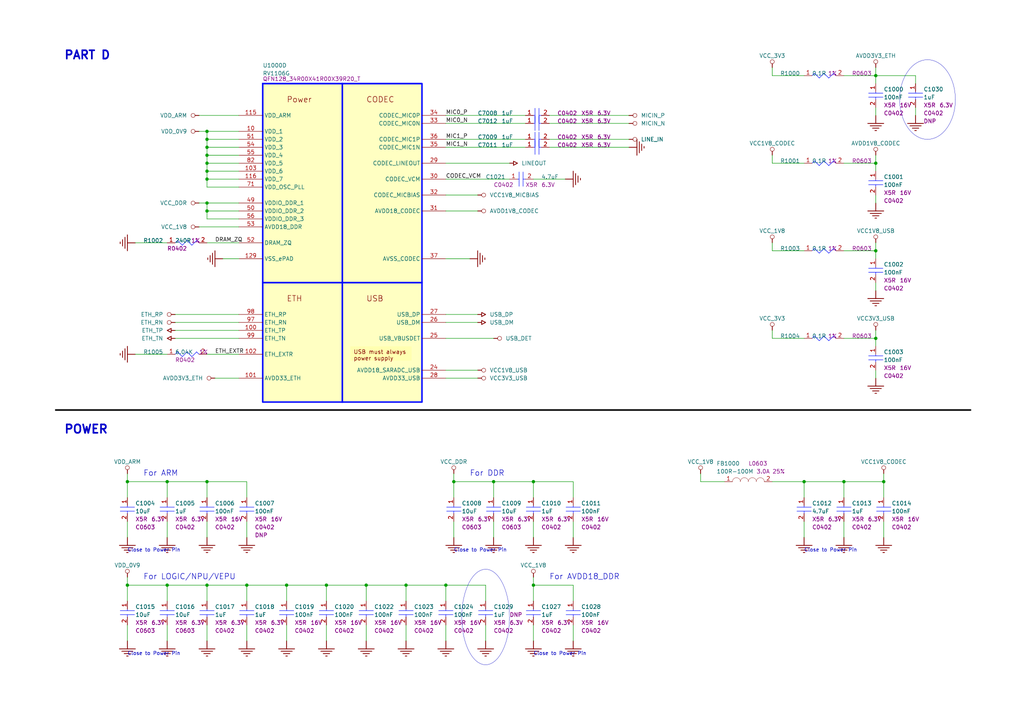
<source format=kicad_sch>
(kicad_sch (version 20250114) (generator "eeschema") (generator_version "9.0")
  (paper "User" 326.7 231)
  (bezier (pts (xy 154.94 212.09) (xy 159.1484 212.09) (xy 162.56 205.2668) (xy 162.56 196.85)) (stroke (width 0.0254)))
  (bezier (pts (xy 154.94 181.61) (xy 150.7315 181.61) (xy 147.32 188.4331) (xy 147.32 196.85)) (stroke (width 0.0254)))
  (bezier (pts (xy 295.91 19.05) (xy 291.0001 19.05) (xy 287.02 24.7359) (xy 287.02 31.75)) (stroke (width 0.0254)))
  (bezier (pts (xy 162.56 196.85) (xy 162.56 188.4331) (xy 159.1484 181.61) (xy 154.94 181.61)) (stroke (width 0.0254)))
  (bezier (pts (xy 295.91 44.45) (xy 300.8198 44.45) (xy 304.8 38.764) (xy 304.8 31.75)) (stroke (width 0.0254)))
  (bezier (pts (xy 147.32 196.85) (xy 147.32 205.2668) (xy 150.7315 212.09) (xy 154.94 212.09)) (stroke (width 0.0254)))
  (bezier (pts (xy 304.8 31.75) (xy 304.8 24.7359) (xy 300.8198 19.05) (xy 295.91 19.05)) (stroke (width 0.0254)))
  (bezier (pts (xy 287.02 31.75) (xy 287.02 38.764) (xy 291.0001 44.45) (xy 295.91 44.45)) (stroke (width 0.0254)))
  (text "Close to Power Pin" (at 144.78 176.276 0) (effects (font (size 1.143 1.143)) (justify left bottom)))
  (text "For DDR" (at 149.86 152.146 0) (effects (font (size 1.778 1.778)) (justify left bottom)))
  (text "Close to Power Pin" (at 170.18 209.296 0) (effects (font (size 1.143 1.143)) (justify left bottom)))
  (text "For ARM" (at 45.72 152.146 0) (effects (font (size 1.778 1.778)) (justify left bottom)))
  (text "Close to Power Pin" (at 40.64 209.296 0) (effects (font (size 1.143 1.143)) (justify left bottom)))
  (text "For LOGIC/NPU/VEPU" (at 45.72 185.166 0) (effects (font (size 1.778 1.778)) (justify left bottom)))
  (text "PART D" (at 20.32 19.304 0) (effects (font (size 2.667 2.667) (thickness 0.5334) (bold yes)) (justify left bottom)))
  (text "POWER" (at 20.32 138.684 0) (effects (font (size 2.667 2.667) (thickness 0.5334) (bold yes)) (justify left bottom)))
  (text "Close to Power Pin" (at 40.64 176.276 0) (effects (font (size 1.143 1.143)) (justify left bottom)))
  (text "For AVDD18_DDR" (at 175.26 185.166 0) (effects (font (size 1.778 1.778)) (justify left bottom)))
  (text "Close to Power Pin" (at 256.54 176.276 0) (effects (font (size 1.143 1.143)) (justify left bottom)))
  (junction (at 66.04 49.53))
  (junction (at 40.64 153.67))
  (junction (at 78.74 186.69))
  (junction (at 91.44 186.69))
  (junction (at 53.34 186.69))
  (junction (at 170.18 186.69))
  (junction (at 66.04 186.69))
  (junction (at 256.54 153.67))
  (junction (at 142.24 186.69))
  (junction (at 170.18 153.67))
  (junction (at 116.84 186.69))
  (junction (at 144.78 153.67))
  (junction (at 279.4 107.95))
  (junction (at 279.4 80.01))
  (junction (at 66.04 54.61))
  (junction (at 157.48 153.67))
  (junction (at 279.4 24.13))
  (junction (at 66.04 41.91))
  (junction (at 53.34 153.67))
  (junction (at 279.4 52.07))
  (junction (at 66.04 57.15))
  (junction (at 104.14 186.69))
  (junction (at 40.64 186.69))
  (junction (at 281.94 153.67))
  (junction (at 66.04 64.77))
  (junction (at 129.54 186.69))
  (junction (at 66.04 67.31))
  (junction (at 66.04 44.45))
  (junction (at 66.04 52.07))
  (junction (at 66.04 46.99))
  (junction (at 66.04 153.67))
  (junction (at 269.24 153.67))
  (wire (pts (xy 66.04 57.15) (xy 66.04 54.61)))
  (wire (pts (xy 182.88 191.77) (xy 182.88 186.69)))
  (wire (pts (xy 200.66 39.37) (xy 175.26 39.37)))
  (wire (pts (xy 40.64 158.75) (xy 40.64 153.67)))
  (wire (pts (xy 76.2 102.87) (xy 55.88 102.87)))
  (wire (pts (xy 78.74 171.45) (xy 78.74 166.37)))
  (wire (pts (xy 76.2 77.47) (xy 66.04 77.47)))
  (wire (pts (xy 53.34 171.45) (xy 53.34 166.37)))
  (wire (pts (xy 53.34 191.77) (xy 53.34 186.69)))
  (wire (pts (xy 170.18 158.75) (xy 170.18 153.67)))
  (wire (pts (xy 53.34 113.03) (xy 43.18 113.03)))
  (wire (pts (xy 231.14 153.67) (xy 223.52 153.67)))
  (wire (pts (xy 76.2 49.53) (xy 66.04 49.53)))
  (wire (pts (xy 129.54 186.69) (xy 142.24 186.69)))
  (wire (pts (xy 66.04 54.61) (xy 66.04 52.07)))
  (wire (pts (xy 66.04 64.77) (xy 66.04 67.31)))
  (wire (pts (xy 142.24 186.69) (xy 154.94 186.69)))
  (wire (pts (xy 66.04 153.67) (xy 53.34 153.67)))
  (wire (pts (xy 66.04 46.99) (xy 66.04 44.45)))
  (wire (pts (xy 279.4 24.13) (xy 292.1 24.13)))
  (wire (pts (xy 40.64 153.67) (xy 40.64 151.13)))
  (wire (pts (xy 200.66 44.45) (xy 175.26 44.45)))
  (wire (pts (xy 91.44 186.69) (xy 104.14 186.69)))
  (wire (pts (xy 116.84 204.47) (xy 116.84 199.39)))
  (wire (pts (xy 154.94 204.47) (xy 154.94 199.39)))
  (wire (pts (xy 91.44 186.69) (xy 78.74 186.69)))
  (wire (pts (xy 279.4 24.13) (xy 269.24 24.13)))
  (wire (pts (xy 76.2 57.15) (xy 66.04 57.15)))
  (wire (pts (xy 281.94 153.67) (xy 269.24 153.67)))
  (wire (pts (xy 256.54 158.75) (xy 256.54 153.67)))
  (wire (pts (xy 180.34 57.15) (xy 170.18 57.15)))
  (wire (pts (xy 152.4 102.87) (xy 142.24 102.87)))
  (wire (pts (xy 157.48 107.95) (xy 142.24 107.95)))
  (wire (pts (xy 154.94 186.69) (xy 154.94 191.77)))
  (wire (pts (xy 256.54 80.01) (xy 246.38 80.01)))
  (wire (pts (xy 152.4 120.65) (xy 142.24 120.65)))
  (wire (pts (xy 53.34 153.67) (xy 40.64 153.67)))
  (wire (pts (xy 152.4 62.23) (xy 142.24 62.23)))
  (wire (pts (xy 256.54 171.45) (xy 256.54 166.37)))
  (wire (pts (xy 279.4 110.49) (xy 279.4 107.95)))
  (wire (pts (xy 116.84 186.69) (xy 129.54 186.69)))
  (wire (pts (xy 279.4 64.77) (xy 279.4 62.23)))
  (wire (pts (xy 256.54 153.67) (xy 269.24 153.67)))
  (wire (pts (xy 76.2 59.69) (xy 66.04 59.69)))
  (wire (pts (xy 76.2 52.07) (xy 66.04 52.07)))
  (wire (pts (xy 246.38 80.01) (xy 246.38 77.47)))
  (wire (pts (xy 76.2 107.95) (xy 55.88 107.95)))
  (wire (pts (xy 279.4 92.71) (xy 279.4 90.17)))
  (wire (pts (xy 53.34 204.47) (xy 53.34 199.39)))
  (wire (pts (xy 269.24 171.45) (xy 269.24 166.37)))
  (wire (pts (xy 40.64 186.69) (xy 40.64 184.15)))
  (wire (pts (xy 66.04 59.69) (xy 66.04 57.15)))
  (wire (pts (xy 104.14 186.69) (xy 104.14 191.77)))
  (wire (pts (xy 76.2 64.77) (xy 66.04 64.77)))
  (wire (pts (xy 279.4 52.07) (xy 269.24 52.07)))
  (wire (pts (xy 66.04 64.77) (xy 63.5 64.77)))
  (wire (pts (xy 182.88 171.45) (xy 182.88 166.37)))
  (wire (pts (xy 152.4 67.31) (xy 142.24 67.31)))
  (wire (pts (xy 279.4 105.41) (xy 279.4 107.95)))
  (wire (pts (xy 53.34 158.75) (xy 53.34 153.67)))
  (wire (pts (xy 144.78 171.45) (xy 144.78 166.37)))
  (wire (pts (xy 76.2 54.61) (xy 66.04 54.61)))
  (wire (pts (xy 256.54 52.07) (xy 246.38 52.07)))
  (wire (pts (xy 78.74 204.47) (xy 78.74 199.39)))
  (wire (pts (xy 246.38 107.95) (xy 246.38 105.41)))
  (wire (pts (xy 182.88 204.47) (xy 182.88 199.39)))
  (wire (pts (xy 53.34 186.69) (xy 40.64 186.69)))
  (wire (pts (xy 279.4 26.67) (xy 279.4 24.13)))
  (wire (pts (xy 66.04 186.69) (xy 53.34 186.69)))
  (wire (pts (xy 157.48 171.45) (xy 157.48 166.37)))
  (wire (pts (xy 66.04 158.75) (xy 66.04 153.67)))
  (wire (pts (xy 76.2 82.55) (xy 71.12 82.55)))
  (wire (pts (xy 182.88 153.67) (xy 170.18 153.67)))
  (wire (pts (xy 129.54 204.47) (xy 129.54 199.39)))
  (wire (pts (xy 170.18 204.47) (xy 170.18 199.39)))
  (wire (pts (xy 78.74 153.67) (xy 66.04 153.67)))
  (wire (pts (xy 78.74 191.77) (xy 78.74 186.69)))
  (wire (pts (xy 142.24 44.45) (xy 167.64 44.45)))
  (wire (pts (xy 279.4 49.53) (xy 279.4 52.07)))
  (wire (pts (xy 279.4 77.47) (xy 279.4 80.01)))
  (wire (pts (xy 76.2 72.39) (xy 63.5 72.39)))
  (wire (pts (xy 279.4 54.61) (xy 279.4 52.07)))
  (wire (pts (xy 170.18 191.77) (xy 170.18 186.69)))
  (wire (pts (xy 144.78 153.67) (xy 144.78 151.13)))
  (wire (pts (xy 76.2 46.99) (xy 66.04 46.99)))
  (wire (pts (xy 256.54 24.13) (xy 246.38 24.13)))
  (wire (pts (xy 76.2 100.33) (xy 55.88 100.33)))
  (wire (pts (xy 281.94 158.75) (xy 281.94 153.67)))
  (wire (pts (xy 66.04 41.91) (xy 66.04 44.45)))
  (wire (pts (xy 104.14 186.69) (xy 116.84 186.69)))
  (wire (pts (xy 256.54 153.67) (xy 246.38 153.67)))
  (wire (pts (xy 182.88 186.69) (xy 170.18 186.69)))
  (wire (pts (xy 157.48 158.75) (xy 157.48 153.67)))
  (polyline (pts (xy 17.78 130.81) (xy 309.626 130.81)) (stroke (width 0.508) (type solid) (color 0 0 0 1)))
  (wire (pts (xy 182.88 158.75) (xy 182.88 153.67)))
  (wire (pts (xy 66.04 52.07) (xy 66.04 49.53)))
  (wire (pts (xy 279.4 120.65) (xy 279.4 118.11)))
  (wire (pts (xy 142.24 204.47) (xy 142.24 199.39)))
  (wire (pts (xy 144.78 158.75) (xy 144.78 153.67)))
  (wire (pts (xy 66.04 69.85) (xy 76.2 69.85)))
  (wire (pts (xy 200.66 46.99) (xy 175.26 46.99)))
  (wire (pts (xy 281.94 151.13) (xy 281.94 153.67)))
  (wire (pts (xy 66.04 44.45) (xy 76.2 44.45)))
  (wire (pts (xy 157.48 153.67) (xy 144.78 153.67)))
  (wire (pts (xy 40.64 204.47) (xy 40.64 199.39)))
  (wire (pts (xy 66.04 171.45) (xy 66.04 166.37)))
  (wire (pts (xy 279.4 21.59) (xy 279.4 24.13)))
  (wire (pts (xy 170.18 186.69) (xy 170.18 184.15)))
  (wire (pts (xy 223.52 153.67) (xy 223.52 151.13)))
  (wire (pts (xy 91.44 191.77) (xy 91.44 186.69)))
  (wire (pts (xy 66.04 204.47) (xy 66.04 199.39)))
  (wire (pts (xy 142.24 82.55) (xy 149.86 82.55)))
  (wire (pts (xy 281.94 171.45) (xy 281.94 166.37)))
  (wire (pts (xy 279.4 36.83) (xy 279.4 34.29)))
  (wire (pts (xy 40.64 191.77) (xy 40.64 186.69)))
  (wire (pts (xy 129.54 186.69) (xy 129.54 191.77)))
  (wire (pts (xy 256.54 107.95) (xy 246.38 107.95)))
  (wire (pts (xy 200.66 36.83) (xy 175.26 36.83)))
  (wire (pts (xy 152.4 118.11) (xy 142.24 118.11)))
  (wire (pts (xy 91.44 204.47) (xy 91.44 199.39)))
  (wire (pts (xy 142.24 46.99) (xy 167.64 46.99)))
  (wire (pts (xy 279.4 82.55) (xy 279.4 80.01)))
  (wire (pts (xy 142.24 57.15) (xy 162.56 57.15)))
  (wire (pts (xy 279.4 80.01) (xy 269.24 80.01)))
  (wire (pts (xy 170.18 171.45) (xy 170.18 166.37)))
  (wire (pts (xy 76.2 67.31) (xy 66.04 67.31)))
  (wire (pts (xy 246.38 24.13) (xy 246.38 21.59)))
  (wire (pts (xy 76.2 105.41) (xy 55.88 105.41)))
  (wire (pts (xy 40.64 171.45) (xy 40.64 166.37)))
  (wire (pts (xy 269.24 153.67) (xy 269.24 158.75)))
  (wire (pts (xy 116.84 186.69) (xy 116.84 191.77)))
  (wire (pts (xy 152.4 100.33) (xy 142.24 100.33)))
  (wire (pts (xy 292.1 36.83) (xy 292.1 34.29)))
  (wire (pts (xy 246.38 52.07) (xy 246.38 49.53)))
  (wire (pts (xy 76.2 36.83) (xy 63.5 36.83)))
  (wire (pts (xy 76.2 41.91) (xy 66.04 41.91)))
  (wire (pts (xy 66.04 41.91) (xy 63.5 41.91)))
  (wire (pts (xy 142.24 186.69) (xy 142.24 191.77)))
  (wire (pts (xy 167.64 39.37) (xy 142.24 39.37)))
  (wire (pts (xy 76.2 113.03) (xy 66.04 113.03)))
  (wire (pts (xy 170.18 153.67) (xy 157.48 153.67)))
  (wire (pts (xy 53.34 77.47) (xy 43.18 77.47)))
  (wire (pts (xy 78.74 158.75) (xy 78.74 153.67)))
  (wire (pts (xy 66.04 67.31) (xy 66.04 69.85)))
  (wire (pts (xy 76.2 120.65) (xy 68.58 120.65)))
  (wire (pts (xy 162.56 52.07) (xy 142.24 52.07)))
  (wire (pts (xy 167.64 36.83) (xy 142.24 36.83)))
  (wire (pts (xy 66.04 49.53) (xy 66.04 46.99)))
  (wire (pts (xy 104.14 204.47) (xy 104.14 199.39)))
  (wire (pts (xy 78.74 186.69) (xy 66.04 186.69)))
  (wire (pts (xy 279.4 107.95) (xy 269.24 107.95)))
  (wire (pts (xy 292.1 24.13) (xy 292.1 26.67)))
  (wire (pts (xy 66.04 191.77) (xy 66.04 186.69)))
  (label "ETH_EXTR" (at 68.58 113.03 0))
  (label "MIC0_N" (at 142.24 39.37 0))
  (label "CODEC_VCM" (at 142.24 57.15 0))
  (label "MIC1_N" (at 142.24 46.99 0))
  (label "MIC1_P" (at 142.24 44.45 0))
  (label "DRAM_ZQ" (at 68.58 77.47 0))
  (label "MIC0_P" (at 142.24 36.83 0))
  (symbol (lib_name "root_0_CAP NP_*_20") (lib_id "*:root_0_CAP NP_*") (at 38.1 194.31 0) (unit 1)
    (property "Reference" "C1015" (at 43.18 194.31 0) (effects (justify left bottom)))
    (property "Value" "10uF" (at 43.18 196.85 0) (effects (justify left bottom)))
    (property "Footprint" "C0603" (effects (hide yes)))
    (property "Description" "cap,10.00uF,+/-10%,6.3V,X5R,C0603" (effects (hide yes)))
    (property "DIELECTRIC" "X5R" (at 43.18 199.39 0) (effects (justify left bottom)))
    (property "PCB FOOTPRINT" "C0603" (at 43.18 201.93 0) (effects (justify left bottom)))
    (property "VOLTAGE" "6.3V" (at 48.26 199.39 0) (effects (justify left bottom)))
    (property "RK PN" "C1608X5R0J106K080AB" (effects (hide yes)))
    (property "PRIORITY" "A" (effects (hide yes)))
    (property "PART TYPE" "C0603" (effects (hide yes)))
    (property "TOLERANCE" "10%" (effects (hide yes)))
    (property "MANUFACTURER" "TDK" (effects (hide yes)))
    (property "MANUFACTURER PN" "C1608X5R0J106K080AB" (effects (hide yes)))
    (property "CREATED BY" "JJJ" (effects (hide yes)))
  )
  (symbol (lib_id "RV1106G_EVB1_V11_20220401LX-altium-import:ETH_RN_CIRCLE") (at 55.88 102.87 270) (unit 1)
    (property "Reference" "#PWR?" (effects (hide yes)))
    (property "Value" "ETH_RN" (at 52.07 102.87 90) (effects (justify right)))
  )
  (symbol (lib_id "*:root_1_RESISTOR_Dup1_*") (at 259.08 110.49 0) (unit 1)
    (property "Reference" "R1004" (at 248.92 107.95 0) (effects (justify left bottom)))
    (property "Value" "0.1R" (at 259.08 107.95 0) (effects (justify left bottom)))
    (property "Footprint" "R0402" (effects (hide yes)))
    (property "Description" "厚膜低阻值电阻,0R1,+/-1%,R0603,1/10W." (effects (hide yes)))
    (property "PCB FOOTPRINT" "R0603" (at 271.78 107.95 0) (effects (justify left bottom)))
    (property "TOLERANCE" "1%" (at 264.16 107.95 0) (effects (justify left bottom)))
    (property "CREATED BY" "YTL" (effects (hide yes)))
    (property "MANUFACTURER PN" "RL0603FR-070R1L" (effects (hide yes)))
    (property "MANUFACTURER" "YAGEO" (effects (hide yes)))
    (property "WATTAGE" "1/10W" (effects (hide yes)))
    (property "PART TYPE" "厚膜低阻值电阻" (effects (hide yes)))
    (property "PRIORITY" "A" (effects (hide yes)))
    (property "RK PN" "RL0603FR-070R1L" (effects (hide yes)))
  )
  (symbol (lib_name "root_0_CAP NP_*_19") (lib_id "*:root_0_CAP NP_*") (at 50.8 194.31 0) (unit 1)
    (property "Reference" "C1016" (at 55.88 194.31 0) (effects (justify left bottom)))
    (property "Value" "10uF" (at 55.88 196.85 0) (effects (justify left bottom)))
    (property "Footprint" "C0603" (effects (hide yes)))
    (property "Description" "cap,10.00uF,+/-10%,6.3V,X5R,C0603" (effects (hide yes)))
    (property "DIELECTRIC" "X5R" (at 55.88 199.39 0) (effects (justify left bottom)))
    (property "PCB FOOTPRINT" "C0603" (at 55.88 201.93 0) (effects (justify left bottom)))
    (property "VOLTAGE" "6.3V" (at 60.96 199.39 0) (effects (justify left bottom)))
    (property "RK PN" "C1608X5R0J106K080AB" (effects (hide yes)))
    (property "PRIORITY" "A" (effects (hide yes)))
    (property "PART TYPE" "C0603" (effects (hide yes)))
    (property "TOLERANCE" "10%" (effects (hide yes)))
    (property "MANUFACTURER" "TDK" (effects (hide yes)))
    (property "MANUFACTURER PN" "C1608X5R0J106K080AB" (effects (hide yes)))
    (property "CREATED BY" "JJJ" (effects (hide yes)))
  )
  (symbol (lib_name "root_0_CAP NP_*_15") (lib_id "*:root_0_CAP NP_*") (at 127 194.31 0) (unit 1)
    (property "Reference" "C1023" (at 132.08 194.31 0) (effects (justify left bottom)))
    (property "Value" "100nF" (at 132.08 196.85 0) (effects (justify left bottom)))
    (property "Footprint" "C0402" (effects (hide yes)))
    (property "Description" "cap,100.00nF,+/-10%,16V,X5R,C0402" (effects (hide yes)))
    (property "DIELECTRIC" "X5R" (at 132.08 199.39 0) (effects (justify left bottom)))
    (property "PCB FOOTPRINT" "C0402" (at 132.08 201.93 0) (effects (justify left bottom)))
    (property "VOLTAGE" "16V" (at 137.16 199.39 0) (effects (justify left bottom)))
    (property "CREATED BY" "JJJ" (effects (hide yes)))
    (property "MANUFACTURER PN" "C1005X5R1C104K050BA" (effects (hide yes)))
    (property "MANUFACTURER" "TDK" (effects (hide yes)))
    (property "TOLERANCE" "10%" (effects (hide yes)))
    (property "PART TYPE" "C0402" (effects (hide yes)))
    (property "PRIORITY" "A" (effects (hide yes)))
    (property "RK PN" "C1005X5R1C104K050BA" (effects (hide yes)))
  )
  (symbol (lib_name "root_0_CAP NP_*_9") (lib_id "*:root_0_CAP NP_*") (at 142.24 161.29 0) (unit 1)
    (property "Reference" "C1008" (at 147.32 161.29 0) (effects (justify left bottom)))
    (property "Value" "10uF" (at 147.32 163.83 0) (effects (justify left bottom)))
    (property "Footprint" "C0603" (effects (hide yes)))
    (property "Description" "cap,10.00uF,+/-10%,6.3V,X5R,C0603" (effects (hide yes)))
    (property "DIELECTRIC" "X5R" (at 147.32 166.37 0) (effects (justify left bottom)))
    (property "PCB FOOTPRINT" "C0603" (at 147.32 168.91 0) (effects (justify left bottom)))
    (property "VOLTAGE" "6.3V" (at 152.4 166.37 0) (effects (justify left bottom)))
    (property "CREATED BY" "JJJ" (effects (hide yes)))
    (property "MANUFACTURER PN" "C1608X5R0J106K080AB" (effects (hide yes)))
    (property "MANUFACTURER" "TDK" (effects (hide yes)))
    (property "TOLERANCE" "10%" (effects (hide yes)))
    (property "PART TYPE" "C0603" (effects (hide yes)))
    (property "PRIORITY" "A" (effects (hide yes)))
    (property "RK PN" "C1608X5R0J106K080AB" (effects (hide yes)))
  )
  (symbol (lib_id "RV1106G_EVB1_V11_20220401LX-altium-import:VCC1V8_CODEC_CIRCLE") (at 246.38 49.53 180) (unit 1)
    (property "Reference" "#PWR?" (effects (hide yes)))
    (property "Value" "VCC1V8_CODEC" (at 246.38 45.72 0))
  )
  (symbol (lib_name "root_1_CAP NP_*_2") (lib_id "*:root_1_CAP NP_*") (at 170.18 41.91 0) (unit 1)
    (property "Reference" "C7012" (at 152.4 39.37 0) (effects (justify left bottom)))
    (property "Value" "1uF" (at 160.02 39.37 0) (effects (justify left bottom)))
    (property "Footprint" "C0402" (effects (hide yes)))
    (property "Description" "cap,1.00uF,+/-10%,6.3V,X5R,C0402" (effects (hide yes)))
    (property "DIELECTRIC" "X5R" (at 185.42 39.37 0) (effects (justify left bottom)))
    (property "PCB FOOTPRINT" "C0402" (at 177.8 39.37 0) (effects (justify left bottom)))
    (property "VOLTAGE" "6.3V" (at 190.5 39.37 0) (effects (justify left bottom)))
    (property "CREATED BY" "JJJ" (effects (hide yes)))
    (property "MANUFACTURER PN" "C1005X5R0J105K050BB" (effects (hide yes)))
    (property "MANUFACTURER" "TDK" (effects (hide yes)))
    (property "TOLERANCE" "10%" (effects (hide yes)))
    (property "PART TYPE" "C0402" (effects (hide yes)))
    (property "PRIORITY" "A" (effects (hide yes)))
    (property "RK PN" "C1005X5R0J105K050BB" (effects (hide yes)))
  )
  (symbol (lib_id "*:root_1_RESISTOR_Dup1_*") (at 259.08 82.55 0) (unit 1)
    (property "Reference" "R1003" (at 248.92 80.01 0) (effects (justify left bottom)))
    (property "Value" "0.1R" (at 259.08 80.01 0) (effects (justify left bottom)))
    (property "Footprint" "R0402" (effects (hide yes)))
    (property "Description" "厚膜低阻值电阻,0R1,+/-1%,R0603,1/10W." (effects (hide yes)))
    (property "PCB FOOTPRINT" "R0603" (at 271.78 80.01 0) (effects (justify left bottom)))
    (property "TOLERANCE" "1%" (at 264.16 80.01 0) (effects (justify left bottom)))
    (property "CREATED BY" "YTL" (effects (hide yes)))
    (property "MANUFACTURER PN" "RL0603FR-070R1L" (effects (hide yes)))
    (property "MANUFACTURER" "YAGEO" (effects (hide yes)))
    (property "WATTAGE" "1/10W" (effects (hide yes)))
    (property "PART TYPE" "厚膜低阻值电阻" (effects (hide yes)))
    (property "PRIORITY" "A" (effects (hide yes)))
    (property "RK PN" "RL0603FR-070R1L" (effects (hide yes)))
  )
  (symbol (lib_id "RV1106G_EVB1_V11_20220401LX-altium-import:GND_POWER_GROUND") (at 200.66 46.99 90) (unit 1)
    (property "Reference" "#PWR?" (effects (hide yes)))
    (property "Value" "GND" (effects (hide yes)))
  )
  (symbol (lib_id "RV1106G_EVB1_V11_20220401LX-altium-import:GND_POWER_GROUND") (at 157.48 171.45 0) (unit 1)
    (property "Reference" "#PWR?" (effects (hide yes)))
    (property "Value" "GND" (effects (hide yes)))
  )
  (symbol (lib_id "RV1106G_EVB1_V11_20220401LX-altium-import:GND_POWER_GROUND") (at 66.04 171.45 0) (unit 1)
    (property "Reference" "#PWR?" (effects (hide yes)))
    (property "Value" "GND" (effects (hide yes)))
  )
  (symbol (lib_name "root_0_CAP NP_*_13") (lib_id "*:root_0_CAP NP_*") (at 139.7 194.31 0) (unit 1)
    (property "Reference" "C1024" (at 144.78 194.31 0) (effects (justify left bottom)))
    (property "Value" "100nF" (at 144.78 196.85 0) (effects (justify left bottom)))
    (property "Footprint" "C0402" (effects (hide yes)))
    (property "Description" "cap,100.00nF,+/-10%,16V,X5R,C0402" (effects (hide yes)))
    (property "DIELECTRIC" "X5R" (at 144.78 199.39 0) (effects (justify left bottom)))
    (property "PCB FOOTPRINT" "C0402" (at 144.78 201.93 0) (effects (justify left bottom)))
    (property "VOLTAGE" "16V" (at 149.86 199.39 0) (effects (justify left bottom)))
    (property "RK PN" "C1005X5R1C104K050BA" (effects (hide yes)))
    (property "PRIORITY" "A" (effects (hide yes)))
    (property "PART TYPE" "C0402" (effects (hide yes)))
    (property "TOLERANCE" "10%" (effects (hide yes)))
    (property "MANUFACTURER" "TDK" (effects (hide yes)))
    (property "MANUFACTURER PN" "C1005X5R1C104K050BA" (effects (hide yes)))
    (property "CREATED BY" "JJJ" (effects (hide yes)))
  )
  (symbol (lib_id "RV1106G_EVB1_V11_20220401LX-altium-import:ETH_RP_CIRCLE") (at 55.88 100.33 270) (unit 1)
    (property "Reference" "#PWR?" (effects (hide yes)))
    (property "Value" "ETH_RP" (at 52.07 100.33 90) (effects (justify right)))
  )
  (symbol (lib_id "RV1106G_EVB1_V11_20220401LX-altium-import:GND_POWER_GROUND") (at 104.14 204.47 0) (unit 1)
    (property "Reference" "#PWR?" (effects (hide yes)))
    (property "Value" "GND" (effects (hide yes)))
  )
  (symbol (lib_name "root_0_CAP NP_*_16") (lib_id "*:root_0_CAP NP_*") (at 180.34 194.31 0) (unit 1)
    (property "Reference" "C1028" (at 185.42 194.31 0) (effects (justify left bottom)))
    (property "Value" "100nF" (at 185.42 196.85 0) (effects (justify left bottom)))
    (property "Footprint" "C0402" (effects (hide yes)))
    (property "Description" "cap,100.00nF,+/-10%,16V,X5R,C0402" (effects (hide yes)))
    (property "DIELECTRIC" "X5R" (at 185.42 199.39 0) (effects (justify left bottom)))
    (property "PCB FOOTPRINT" "C0402" (at 185.42 201.93 0) (effects (justify left bottom)))
    (property "VOLTAGE" "16V" (at 190.5 199.39 0) (effects (justify left bottom)))
    (property "CREATED BY" "JJJ" (effects (hide yes)))
    (property "MANUFACTURER PN" "C1005X5R1C104K050BA" (effects (hide yes)))
    (property "MANUFACTURER" "TDK" (effects (hide yes)))
    (property "TOLERANCE" "10%" (effects (hide yes)))
    (property "PART TYPE" "C0402" (effects (hide yes)))
    (property "PRIORITY" "A" (effects (hide yes)))
    (property "RK PN" "C1005X5R1C104K050BA" (effects (hide yes)))
  )
  (symbol (lib_id "RV1106G_EVB1_V11_20220401LX-altium-import:GND_POWER_GROUND") (at 256.54 171.45 0) (unit 1)
    (property "Reference" "#PWR?" (effects (hide yes)))
    (property "Value" "GND" (effects (hide yes)))
  )
  (symbol (lib_id "RV1106G_EVB1_V11_20220401LX-altium-import:VCC1V8_CODEC_CIRCLE") (at 281.94 151.13 180) (unit 1)
    (property "Reference" "#PWR?" (effects (hide yes)))
    (property "Value" "VCC1V8_CODEC" (at 281.94 147.32 0))
  )
  (symbol (lib_name "root_0_CAP NP_*_7") (lib_id "*:root_0_CAP NP_*") (at 276.86 57.15 0) (unit 1)
    (property "Reference" "C1001" (at 281.94 57.15 0) (effects (justify left bottom)))
    (property "Value" "100nF" (at 281.94 59.69 0) (effects (justify left bottom)))
    (property "Footprint" "C0402" (effects (hide yes)))
    (property "Description" "cap,100.00nF,+/-10%,16V,X5R,C0402" (effects (hide yes)))
    (property "DIELECTRIC" "X5R" (at 281.94 62.23 0) (effects (justify left bottom)))
    (property "PCB FOOTPRINT" "C0402" (at 281.94 64.77 0) (effects (justify left bottom)))
    (property "VOLTAGE" "16V" (at 287.02 62.23 0) (effects (justify left bottom)))
    (property "RK PN" "C1005X5R1C104K050BA" (effects (hide yes)))
    (property "PRIORITY" "A" (effects (hide yes)))
    (property "PART TYPE" "C0402" (effects (hide yes)))
    (property "TOLERANCE" "10%" (effects (hide yes)))
    (property "MANUFACTURER" "TDK" (effects (hide yes)))
    (property "MANUFACTURER PN" "C1005X5R1C104K050BA" (effects (hide yes)))
    (property "CREATED BY" "JJJ" (effects (hide yes)))
  )
  (symbol (lib_id "*:root_0_CAP NP_*") (at 266.7 161.29 0) (unit 1)
    (property "Reference" "C1013" (at 271.78 161.29 0) (effects (justify left bottom)))
    (property "Value" "1uF" (at 271.78 163.83 0) (effects (justify left bottom)))
    (property "Footprint" "C0402" (effects (hide yes)))
    (property "Description" "cap,1.00uF,+/-10%,6.3V,X5R,C0402" (effects (hide yes)))
    (property "DIELECTRIC" "X5R" (at 271.78 166.37 0) (effects (justify left bottom)))
    (property "PCB FOOTPRINT" "C0402" (at 271.78 168.91 0) (effects (justify left bottom)))
    (property "VOLTAGE" "6.3V" (at 276.86 166.37 0) (effects (justify left bottom)))
    (property "RK PN" "C1005X5R0J105K050BB" (effects (hide yes)))
    (property "PRIORITY" "A" (effects (hide yes)))
    (property "PART TYPE" "C0402" (effects (hide yes)))
    (property "TOLERANCE" "10%" (effects (hide yes)))
    (property "MANUFACTURER" "TDK" (effects (hide yes)))
    (property "MANUFACTURER PN" "C1005X5R0J105K050BB" (effects (hide yes)))
    (property "CREATED BY" "JJJ" (effects (hide yes)))
  )
  (symbol (lib_id "RV1106G_EVB1_V11_20220401LX-altium-import:GND_POWER_GROUND") (at 40.64 171.45 0) (unit 1)
    (property "Reference" "#PWR?" (effects (hide yes)))
    (property "Value" "GND" (effects (hide yes)))
  )
  (symbol (lib_id "*:root_0_SOCKET_RV1106G_*") (at 83.82 26.67 0) (unit 4)
    (property "Reference" "U1000" (at 83.82 21.59 0) (effects (justify left bottom)))
    (property "Value" "RV1106G" (at 83.82 24.13 0) (effects (justify left bottom)))
    (property "Footprint" "QFN128_34R00X41R00X39R20_T" (effects (hide yes)))
    (property "PCB FOOTPRINT" "QFN128_34R00X41R00X39R20_T" (at 83.82 25.908 0) (effects (justify left bottom)))
    (property "SPLIT_INST" "TRUE" (effects (hide yes)))
    (property "SWAP_INFO" "(S1+S2+S3+S4)" (effects (hide yes)))
  )
  (symbol (lib_id "*:root_0_CAP NP_*") (at 167.64 194.31 0) (unit 1)
    (property "Reference" "C1027" (at 172.72 194.31 0) (effects (justify left bottom)))
    (property "Value" "1uF" (at 172.72 196.85 0) (effects (justify left bottom)))
    (property "Footprint" "C0402" (effects (hide yes)))
    (property "Description" "cap,1.00uF,+/-10%,6.3V,X5R,C0402" (effects (hide yes)))
    (property "DIELECTRIC" "X5R" (at 172.72 199.39 0) (effects (justify left bottom)))
    (property "PCB FOOTPRINT" "C0402" (at 172.72 201.93 0) (effects (justify left bottom)))
    (property "VOLTAGE" "6.3V" (at 177.8 199.39 0) (effects (justify left bottom)))
    (property "CREATED BY" "JJJ" (effects (hide yes)))
    (property "MANUFACTURER PN" "C1005X5R0J105K050BB" (effects (hide yes)))
    (property "MANUFACTURER" "TDK" (effects (hide yes)))
    (property "TOLERANCE" "10%" (effects (hide yes)))
    (property "PART TYPE" "C0402" (effects (hide yes)))
    (property "PRIORITY" "A" (effects (hide yes)))
    (property "RK PN" "C1005X5R0J105K050BB" (effects (hide yes)))
  )
  (symbol (lib_name "root_0_CAP NP_*_12") (lib_id "*:root_0_CAP NP_*") (at 38.1 161.29 0) (unit 1)
    (property "Reference" "C1004" (at 43.18 161.29 0) (effects (justify left bottom)))
    (property "Value" "10uF" (at 43.18 163.83 0) (effects (justify left bottom)))
    (property "Footprint" "C0603" (effects (hide yes)))
    (property "Description" "cap,10.00uF,+/-10%,6.3V,X5R,C0603" (effects (hide yes)))
    (property "DIELECTRIC" "X5R" (at 43.18 166.37 0) (effects (justify left bottom)))
    (property "PCB FOOTPRINT" "C0603" (at 43.18 168.91 0) (effects (justify left bottom)))
    (property "VOLTAGE" "6.3V" (at 48.26 166.37 0) (effects (justify left bottom)))
    (property "CREATED BY" "JJJ" (effects (hide yes)))
    (property "MANUFACTURER PN" "C1608X5R0J106K080AB" (effects (hide yes)))
    (property "MANUFACTURER" "TDK" (effects (hide yes)))
    (property "TOLERANCE" "10%" (effects (hide yes)))
    (property "PART TYPE" "C0603" (effects (hide yes)))
    (property "PRIORITY" "A" (effects (hide yes)))
    (property "RK PN" "C1608X5R0J106K080AB" (effects (hide yes)))
  )
  (symbol (lib_id "RV1106G_EVB1_V11_20220401LX-altium-import:VCC_3V3_CIRCLE") (at 246.38 105.41 180) (unit 1)
    (property "Reference" "#PWR?" (effects (hide yes)))
    (property "Value" "VCC_3V3" (at 246.38 101.6 0))
  )
  (symbol (lib_name "root_1_CAP NP_*_4") (lib_id "*:root_1_CAP NP_*") (at 170.18 46.99 0) (unit 1)
    (property "Reference" "C7009" (at 152.4 44.45 0) (effects (justify left bottom)))
    (property "Value" "1uF" (at 160.02 44.45 0) (effects (justify left bottom)))
    (property "Footprint" "C0402" (effects (hide yes)))
    (property "Description" "cap,1.00uF,+/-10%,6.3V,X5R,C0402" (effects (hide yes)))
    (property "DIELECTRIC" "X5R" (at 185.42 44.45 0) (effects (justify left bottom)))
    (property "PCB FOOTPRINT" "C0402" (at 177.8 44.45 0) (effects (justify left bottom)))
    (property "VOLTAGE" "6.3V" (at 190.5 44.45 0) (effects (justify left bottom)))
    (property "RK PN" "C1005X5R0J105K050BB" (effects (hide yes)))
    (property "PRIORITY" "A" (effects (hide yes)))
    (property "PART TYPE" "C0402" (effects (hide yes)))
    (property "TOLERANCE" "10%" (effects (hide yes)))
    (property "MANUFACTURER" "TDK" (effects (hide yes)))
    (property "MANUFACTURER PN" "C1005X5R0J105K050BB" (effects (hide yes)))
    (property "CREATED BY" "JJJ" (effects (hide yes)))
  )
  (symbol (lib_id "RV1106G_EVB1_V11_20220401LX-altium-import:VDD_0V9_CIRCLE") (at 40.64 184.15 180) (unit 1)
    (property "Reference" "#PWR?" (effects (hide yes)))
    (property "Value" "VDD_0V9" (at 40.64 180.34 0))
  )
  (symbol (lib_id "RV1106G_EVB1_V11_20220401LX-altium-import:VCC_1V8_CIRCLE") (at 246.38 77.47 180) (unit 1)
    (property "Reference" "#PWR?" (effects (hide yes)))
    (property "Value" "VCC_1V8" (at 246.38 73.66 0))
  )
  (symbol (lib_id "RV1106G_EVB1_V11_20220401LX-altium-import:AVDD3V3_ETH_CIRCLE") (at 279.4 21.59 180) (unit 1)
    (property "Reference" "#PWR?" (effects (hide yes)))
    (property "Value" "AVDD3V3_ETH" (at 279.4 17.78 0))
  )
  (symbol (lib_id "*:root_0_CAP NP_*") (at 50.8 161.29 0) (unit 1)
    (property "Reference" "C1005" (at 55.88 161.29 0) (effects (justify left bottom)))
    (property "Value" "1uF" (at 55.88 163.83 0) (effects (justify left bottom)))
    (property "Footprint" "C0402" (effects (hide yes)))
    (property "Description" "cap,1.00uF,+/-10%,6.3V,X5R,C0402" (effects (hide yes)))
    (property "DIELECTRIC" "X5R" (at 55.88 166.37 0) (effects (justify left bottom)))
    (property "PCB FOOTPRINT" "C0402" (at 55.88 168.91 0) (effects (justify left bottom)))
    (property "VOLTAGE" "6.3V" (at 60.96 166.37 0) (effects (justify left bottom)))
    (property "RK PN" "C1005X5R0J105K050BB" (effects (hide yes)))
    (property "PRIORITY" "A" (effects (hide yes)))
    (property "PART TYPE" "C0402" (effects (hide yes)))
    (property "TOLERANCE" "10%" (effects (hide yes)))
    (property "MANUFACTURER" "TDK" (effects (hide yes)))
    (property "MANUFACTURER PN" "C1005X5R0J105K050BB" (effects (hide yes)))
    (property "CREATED BY" "JJJ" (effects (hide yes)))
  )
  (symbol (lib_id "RV1106G_EVB1_V11_20220401LX-altium-import:VCC1V8_USB_CIRCLE") (at 152.4 118.11 90) (unit 1)
    (property "Reference" "#PWR?" (effects (hide yes)))
    (property "Value" "VCC1V8_USB" (at 156.21 118.11 90) (effects (justify right)))
  )
  (symbol (lib_id "RV1106G_EVB1_V11_20220401LX-altium-import:GND_POWER_GROUND") (at 279.4 64.77 0) (unit 1)
    (property "Reference" "#PWR?" (effects (hide yes)))
    (property "Value" "GND" (effects (hide yes)))
  )
  (symbol (lib_name "root_0_CAP NP_*_5") (lib_id "*:root_0_CAP NP_*") (at 276.86 85.09 0) (unit 1)
    (property "Reference" "C1002" (at 281.94 85.09 0) (effects (justify left bottom)))
    (property "Value" "100nF" (at 281.94 87.63 0) (effects (justify left bottom)))
    (property "Footprint" "C0402" (effects (hide yes)))
    (property "Description" "cap,100.00nF,+/-10%,16V,X5R,C0402" (effects (hide yes)))
    (property "DIELECTRIC" "X5R" (at 281.94 90.17 0) (effects (justify left bottom)))
    (property "PCB FOOTPRINT" "C0402" (at 281.94 92.71 0) (effects (justify left bottom)))
    (property "VOLTAGE" "16V" (at 287.02 90.17 0) (effects (justify left bottom)))
    (property "RK PN" "C1005X5R1C104K050BA" (effects (hide yes)))
    (property "PRIORITY" "A" (effects (hide yes)))
    (property "PART TYPE" "C0402" (effects (hide yes)))
    (property "TOLERANCE" "10%" (effects (hide yes)))
    (property "MANUFACTURER" "TDK" (effects (hide yes)))
    (property "MANUFACTURER PN" "C1005X5R1C104K050BA" (effects (hide yes)))
    (property "CREATED BY" "JJJ" (effects (hide yes)))
  )
  (symbol (lib_name "root_0_CAP NP_*_17") (lib_id "*:root_0_CAP NP_*") (at 88.9 194.31 0) (unit 1)
    (property "Reference" "C1019" (at 93.98 194.31 0) (effects (justify left bottom)))
    (property "Value" "100nF" (at 93.98 196.85 0) (effects (justify left bottom)))
    (property "Footprint" "C0402" (effects (hide yes)))
    (property "Description" "cap,100.00nF,+/-10%,16V,X5R,C0402" (effects (hide yes)))
    (property "DIELECTRIC" "X5R" (at 93.98 199.39 0) (effects (justify left bottom)))
    (property "PCB FOOTPRINT" "C0402" (at 93.98 201.93 0) (effects (justify left bottom)))
    (property "VOLTAGE" "16V" (at 99.06 199.39 0) (effects (justify left bottom)))
    (property "RK PN" "C1005X5R1C104K050BA" (effects (hide yes)))
    (property "PRIORITY" "A" (effects (hide yes)))
    (property "PART TYPE" "C0402" (effects (hide yes)))
    (property "TOLERANCE" "10%" (effects (hide yes)))
    (property "MANUFACTURER" "TDK" (effects (hide yes)))
    (property "MANUFACTURER PN" "C1005X5R1C104K050BA" (effects (hide yes)))
    (property "CREATED BY" "JJJ" (effects (hide yes)))
  )
  (symbol (lib_name "root_0_CAP NP_*_10") (lib_id "*:root_0_CAP NP_*") (at 76.2 161.29 0) (unit 1)
    (property "Reference" "C1007" (at 81.28 161.29 0) (effects (justify left bottom)))
    (property "Value" "100nF" (at 81.28 163.83 0) (effects (justify left bottom)))
    (property "Footprint" "C0402" (effects (hide yes)))
    (property "Description" "cap,100.00nF,+/-10%,16V,X5R,C0402" (effects (hide yes)))
    (property "DIELECTRIC" "X5R" (at 81.28 166.37 0) (effects (justify left bottom)))
    (property "PCB FOOTPRINT" "C0402" (at 81.28 168.91 0) (effects (justify left bottom)))
    (property "VOLTAGE" "16V" (at 86.36 166.37 0) (effects (justify left bottom)))
    (property "CREATED BY" "JJJ" (effects (hide yes)))
    (property "MANUFACTURER PN" "C1005X5R1C104K050BA" (effects (hide yes)))
    (property "MANUFACTURER" "TDK" (effects (hide yes)))
    (property "TOLERANCE" "10%" (effects (hide yes)))
    (property "PART TYPE" "C0402" (effects (hide yes)))
    (property "PRIORITY" "A" (effects (hide yes)))
    (property "RK PN" "C1005X5R1C104K050BA" (effects (hide yes)))
    (property "OPTION" "DNP" (at 81.28 171.45 0) (effects (justify left bottom)))
  )
  (symbol (lib_name "root_1_RESISTOR_Dup1_*_1") (lib_id "*:root_1_RESISTOR_Dup1_*") (at 55.88 115.57 0) (unit 1)
    (property "Reference" "R1005" (at 45.72 113.03 0) (effects (justify left bottom)))
    (property "Value" "6.04K" (at 55.88 113.03 0) (effects (justify left bottom)))
    (property "Footprint" "R0402" (effects (hide yes)))
    (property "Description" "通用厚膜电阻,6K04,+/-1%,R0402,1/16W." (effects (hide yes)))
    (property "PCB FOOTPRINT" "R0402" (at 55.88 115.57 0) (effects (justify left bottom)))
    (property "TOLERANCE" "1%" (at 63.5 113.03 0) (effects (justify left bottom)))
    (property "RK PN" "RC0402FR-076K04L" (effects (hide yes)))
    (property "PRIORITY" "A" (effects (hide yes)))
    (property "PART TYPE" "通用厚膜电阻" (effects (hide yes)))
    (property "WATTAGE" "1/16W" (effects (hide yes)))
    (property "MANUFACTURER" "YAGEO" (effects (hide yes)))
    (property "MANUFACTURER PN" "RC0402FR-076K04L" (effects (hide yes)))
    (property "CREATED BY" "YTL" (effects (hide yes)))
  )
  (symbol (lib_id "*:root_0_CAP NP_*") (at 152.4 194.31 0) (unit 1)
    (property "Reference" "C1029" (at 157.48 194.31 0) (effects (justify left bottom)))
    (property "Value" "1uF" (at 157.48 196.85 0) (effects (justify left bottom)))
    (property "Footprint" "C0402" (effects (hide yes)))
    (property "Description" "cap,1.00uF,+/-10%,6.3V,X5R,C0402" (effects (hide yes)))
    (property "DIELECTRIC" "X5R" (at 157.48 199.39 0) (effects (justify left bottom)))
    (property "PCB FOOTPRINT" "C0402" (at 157.48 201.93 0) (effects (justify left bottom)))
    (property "VOLTAGE" "6.3V" (at 162.56 199.39 0) (effects (justify left bottom)))
    (property "OPTION" "DNP" (at 162.56 196.85 0) (effects (justify left bottom)))
    (property "CREATED BY" "JJJ" (effects (hide yes)))
    (property "MANUFACTURER PN" "C1005X5R0J105K050BB" (effects (hide yes)))
    (property "MANUFACTURER" "TDK" (effects (hide yes)))
    (property "TOLERANCE" "10%" (effects (hide yes)))
    (property "PART TYPE" "C0402" (effects (hide yes)))
    (property "PRIORITY" "A" (effects (hide yes)))
    (property "RK PN" "C1005X5R0J105K050BB" (effects (hide yes)))
  )
  (symbol (lib_name "root_0_CAP NP_*_4") (lib_id "*:root_0_CAP NP_*") (at 276.86 113.03 0) (unit 1)
    (property "Reference" "C1003" (at 281.94 113.03 0) (effects (justify left bottom)))
    (property "Value" "100nF" (at 281.94 115.57 0) (effects (justify left bottom)))
    (property "Footprint" "C0402" (effects (hide yes)))
    (property "Description" "cap,100.00nF,+/-10%,16V,X5R,C0402" (effects (hide yes)))
    (property "DIELECTRIC" "X5R" (at 281.94 118.11 0) (effects (justify left bottom)))
    (property "PCB FOOTPRINT" "C0402" (at 281.94 120.65 0) (effects (justify left bottom)))
    (property "VOLTAGE" "16V" (at 287.02 118.11 0) (effects (justify left bottom)))
    (property "RK PN" "C1005X5R1C104K050BA" (effects (hide yes)))
    (property "PRIORITY" "A" (effects (hide yes)))
    (property "PART TYPE" "C0402" (effects (hide yes)))
    (property "TOLERANCE" "10%" (effects (hide yes)))
    (property "MANUFACTURER" "TDK" (effects (hide yes)))
    (property "MANUFACTURER PN" "C1005X5R1C104K050BA" (effects (hide yes)))
    (property "CREATED BY" "JJJ" (effects (hide yes)))
  )
  (symbol (lib_id "RV1106G_EVB1_V11_20220401LX-altium-import:VCC3V3_USB_CIRCLE") (at 279.4 105.41 180) (unit 1)
    (property "Reference" "#PWR?" (effects (hide yes)))
    (property "Value" "VCC3V3_USB" (at 279.4 101.6 0))
  )
  (symbol (lib_id "RV1106G_EVB1_V11_20220401LX-altium-import:GND_POWER_GROUND") (at 142.24 204.47 0) (unit 1)
    (property "Reference" "#PWR?" (effects (hide yes)))
    (property "Value" "GND" (effects (hide yes)))
  )
  (symbol (lib_id "RV1106G_EVB1_V11_20220401LX-altium-import:GND_POWER_GROUND") (at 43.18 113.03 270) (unit 1)
    (property "Reference" "#PWR?" (effects (hide yes)))
    (property "Value" "GND" (effects (hide yes)))
  )
  (symbol (lib_id "RV1106G_EVB1_V11_20220401LX-altium-import:USB_DM_ARROW") (at 152.4 102.87 90) (unit 1)
    (property "Reference" "#PWR?" (effects (hide yes)))
    (property "Value" "USB_DM" (at 156.21 102.87 90) (effects (justify right)))
  )
  (symbol (lib_id "RV1106G_EVB1_V11_20220401LX-altium-import:GND_POWER_GROUND") (at 149.86 82.55 90) (unit 1)
    (property "Reference" "#PWR?" (effects (hide yes)))
    (property "Value" "GND" (effects (hide yes)))
  )
  (symbol (lib_id "RV1106G_EVB1_V11_20220401LX-altium-import:GND_POWER_GROUND") (at 43.18 77.47 270) (unit 1)
    (property "Reference" "#PWR?" (effects (hide yes)))
    (property "Value" "GND" (effects (hide yes)))
  )
  (symbol (lib_id "RV1106G_EVB1_V11_20220401LX-altium-import:GND_POWER_GROUND") (at 116.84 204.47 0) (unit 1)
    (property "Reference" "#PWR?" (effects (hide yes)))
    (property "Value" "GND" (effects (hide yes)))
  )
  (symbol (lib_id "RV1106G_EVB1_V11_20220401LX-altium-import:GND_POWER_GROUND") (at 144.78 171.45 0) (unit 1)
    (property "Reference" "#PWR?" (effects (hide yes)))
    (property "Value" "GND" (effects (hide yes)))
  )
  (symbol (lib_id "RV1106G_EVB1_V11_20220401LX-altium-import:GND_POWER_GROUND") (at 281.94 171.45 0) (unit 1)
    (property "Reference" "#PWR?" (effects (hide yes)))
    (property "Value" "GND" (effects (hide yes)))
  )
  (symbol (lib_id "RV1106G_EVB1_V11_20220401LX-altium-import:MICIN_N_CIRCLE") (at 200.66 39.37 90) (unit 1)
    (property "Reference" "#PWR?" (effects (hide yes)))
    (property "Value" "MICIN_N" (at 204.47 39.37 90) (effects (justify right)))
  )
  (symbol (lib_name "root_1_CAP NP_*_1") (lib_id "*:root_1_CAP NP_*") (at 170.18 39.37 0) (unit 1)
    (property "Reference" "C7008" (at 152.4 36.83 0) (effects (justify left bottom)))
    (property "Value" "1uF" (at 160.02 36.83 0) (effects (justify left bottom)))
    (property "Footprint" "C0402" (effects (hide yes)))
    (property "Description" "cap,1.00uF,+/-10%,6.3V,X5R,C0402" (effects (hide yes)))
    (property "DIELECTRIC" "X5R" (at 185.42 36.83 0) (effects (justify left bottom)))
    (property "PCB FOOTPRINT" "C0402" (at 177.8 36.83 0) (effects (justify left bottom)))
    (property "VOLTAGE" "6.3V" (at 190.5 36.83 0) (effects (justify left bottom)))
    (property "CREATED BY" "JJJ" (effects (hide yes)))
    (property "MANUFACTURER PN" "C1005X5R0J105K050BB" (effects (hide yes)))
    (property "MANUFACTURER" "TDK" (effects (hide yes)))
    (property "TOLERANCE" "10%" (effects (hide yes)))
    (property "PART TYPE" "C0402" (effects (hide yes)))
    (property "PRIORITY" "A" (effects (hide yes)))
    (property "RK PN" "C1005X5R0J105K050BB" (effects (hide yes)))
  )
  (symbol (lib_id "RV1106G_EVB1_V11_20220401LX-altium-import:VDD_ARM_CIRCLE") (at 63.5 36.83 270) (unit 1)
    (property "Reference" "#PWR?" (effects (hide yes)))
    (property "Value" "VDD_ARM" (at 59.69 36.83 90) (effects (justify right)))
  )
  (symbol (lib_name "root_0_CAP NP_*_1") (lib_id "*:root_0_CAP NP_*") (at 180.34 161.29 0) (unit 1)
    (property "Reference" "C1011" (at 185.42 161.29 0) (effects (justify left bottom)))
    (property "Value" "100nF" (at 185.42 163.83 0) (effects (justify left bottom)))
    (property "Footprint" "C0402" (effects (hide yes)))
    (property "Description" "cap,100.00nF,+/-10%,16V,X5R,C0402" (effects (hide yes)))
    (property "DIELECTRIC" "X5R" (at 185.42 166.37 0) (effects (justify left bottom)))
    (property "PCB FOOTPRINT" "C0402" (at 185.42 168.91 0) (effects (justify left bottom)))
    (property "VOLTAGE" "16V" (at 190.5 166.37 0) (effects (justify left bottom)))
    (property "RK PN" "C1005X5R1C104K050BA" (effects (hide yes)))
    (property "PRIORITY" "A" (effects (hide yes)))
    (property "PART TYPE" "C0402" (effects (hide yes)))
    (property "TOLERANCE" "10%" (effects (hide yes)))
    (property "MANUFACTURER" "TDK" (effects (hide yes)))
    (property "MANUFACTURER PN" "C1005X5R1C104K050BA" (effects (hide yes)))
    (property "CREATED BY" "JJJ" (effects (hide yes)))
  )
  (symbol (lib_id "RV1106G_EVB1_V11_20220401LX-altium-import:GND_POWER_GROUND") (at 170.18 171.45 0) (unit 1)
    (property "Reference" "#PWR?" (effects (hide yes)))
    (property "Value" "GND" (effects (hide yes)))
  )
  (symbol (lib_name "root_0_CAP NP_*_8") (lib_id "*:root_0_CAP NP_*") (at 154.94 161.29 0) (unit 1)
    (property "Reference" "C1009" (at 160.02 161.29 0) (effects (justify left bottom)))
    (property "Value" "10uF" (at 160.02 163.83 0) (effects (justify left bottom)))
    (property "Footprint" "C0603" (effects (hide yes)))
    (property "Description" "cap,10.00uF,+/-10%,6.3V,X5R,C0603" (effects (hide yes)))
    (property "DIELECTRIC" "X5R" (at 160.02 166.37 0) (effects (justify left bottom)))
    (property "PCB FOOTPRINT" "C0603" (at 160.02 168.91 0) (effects (justify left bottom)))
    (property "VOLTAGE" "6.3V" (at 165.1 166.37 0) (effects (justify left bottom)))
    (property "CREATED BY" "JJJ" (effects (hide yes)))
    (property "MANUFACTURER PN" "C1608X5R0J106K080AB" (effects (hide yes)))
    (property "MANUFACTURER" "TDK" (effects (hide yes)))
    (property "TOLERANCE" "10%" (effects (hide yes)))
    (property "PART TYPE" "C0603" (effects (hide yes)))
    (property "PRIORITY" "A" (effects (hide yes)))
    (property "RK PN" "C1608X5R0J106K080AB" (effects (hide yes)))
  )
  (symbol (lib_id "RV1106G_EVB1_V11_20220401LX-altium-import:GND_POWER_GROUND") (at 78.74 171.45 0) (unit 1)
    (property "Reference" "#PWR?" (effects (hide yes)))
    (property "Value" "GND" (effects (hide yes)))
  )
  (symbol (lib_name "root_0_CAP NP_*_3") (lib_id "*:root_0_CAP NP_*") (at 279.4 161.29 0) (unit 1)
    (property "Reference" "C1014" (at 284.48 161.29 0) (effects (justify left bottom)))
    (property "Value" "100nF" (at 284.48 163.83 0) (effects (justify left bottom)))
    (property "Footprint" "C0402" (effects (hide yes)))
    (property "Description" "cap,100.00nF,+/-10%,16V,X5R,C0402" (effects (hide yes)))
    (property "DIELECTRIC" "X5R" (at 284.48 166.37 0) (effects (justify left bottom)))
    (property "PCB FOOTPRINT" "C0402" (at 284.48 168.91 0) (effects (justify left bottom)))
    (property "VOLTAGE" "16V" (at 289.56 166.37 0) (effects (justify left bottom)))
    (property "RK PN" "C1005X5R1C104K050BA" (effects (hide yes)))
    (property "PRIORITY" "A" (effects (hide yes)))
    (property "PART TYPE" "C0402" (effects (hide yes)))
    (property "TOLERANCE" "10%" (effects (hide yes)))
    (property "MANUFACTURER" "TDK" (effects (hide yes)))
    (property "MANUFACTURER PN" "C1005X5R1C104K050BA" (effects (hide yes)))
    (property "CREATED BY" "JJJ" (effects (hide yes)))
  )
  (symbol (lib_id "RV1106G_EVB1_V11_20220401LX-altium-import:MICIN_P_CIRCLE") (at 200.66 36.83 90) (unit 1)
    (property "Reference" "#PWR?" (effects (hide yes)))
    (property "Value" "MICIN_P" (at 204.47 36.83 90) (effects (justify right)))
  )
  (symbol (lib_id "RV1106G_EVB1_V11_20220401LX-altium-import:VCC_DDR_CIRCLE") (at 63.5 64.77 270) (unit 1)
    (property "Reference" "#PWR?" (effects (hide yes)))
    (property "Value" "VCC_DDR" (at 59.69 64.77 90) (effects (justify right)))
  )
  (symbol (lib_id "RV1106G_EVB1_V11_20220401LX-altium-import:VCC_1V8_CIRCLE") (at 223.52 151.13 180) (unit 1)
    (property "Reference" "#PWR?" (effects (hide yes)))
    (property "Value" "VCC_1V8" (at 223.52 147.32 0))
  )
  (symbol (lib_name "root_1_RESISTOR_Dup1_*_2") (lib_id "*:root_1_RESISTOR_Dup1_*") (at 55.88 80.01 0) (unit 1)
    (property "Reference" "R1002" (at 45.72 77.47 0) (effects (justify left bottom)))
    (property "Value" "240R" (at 55.88 77.47 0) (effects (justify left bottom)))
    (property "Footprint" "R0402" (effects (hide yes)))
    (property "Description" "通用厚膜电阻,240R,+/-1%,R0402,1/16W." (effects (hide yes)))
    (property "PCB FOOTPRINT" "R0402" (at 53.34 80.01 0) (effects (justify left bottom)))
    (property "TOLERANCE" "1%" (at 60.96 77.47 0) (effects (justify left bottom)))
    (property "CREATED BY" "YTL" (effects (hide yes)))
    (property "MANUFACTURER PN" "RC0402FR-07240RL" (effects (hide yes)))
    (property "MANUFACTURER" "YAGEO" (effects (hide yes)))
    (property "WATTAGE" "1/16W" (effects (hide yes)))
    (property "PART TYPE" "通用厚膜电阻" (effects (hide yes)))
    (property "PRIORITY" "A" (effects (hide yes)))
    (property "RK PN" "RC0402FR-07240RL" (effects (hide yes)))
  )
  (symbol (lib_id "RV1106G_EVB1_V11_20220401LX-altium-import:VCC_1V8_CIRCLE") (at 170.18 184.15 180) (unit 1)
    (property "Reference" "#PWR?" (effects (hide yes)))
    (property "Value" "VCC_1V8" (at 170.18 180.34 0))
  )
  (symbol (lib_id "RV1106G_EVB1_V11_20220401LX-altium-import:GND_POWER_GROUND") (at 182.88 204.47 0) (unit 1)
    (property "Reference" "#PWR?" (effects (hide yes)))
    (property "Value" "GND" (effects (hide yes)))
  )
  (symbol (lib_id "RV1106G_EVB1_V11_20220401LX-altium-import:GND_POWER_GROUND") (at 180.34 57.15 90) (unit 1)
    (property "Reference" "#PWR?" (effects (hide yes)))
    (property "Value" "GND" (effects (hide yes)))
  )
  (symbol (lib_id "*:root_1_RESISTOR_Dup1_*") (at 259.08 26.67 0) (unit 1)
    (property "Reference" "R1000" (at 248.92 24.13 0) (effects (justify left bottom)))
    (property "Value" "0.1R" (at 259.08 24.13 0) (effects (justify left bottom)))
    (property "Footprint" "R0402" (effects (hide yes)))
    (property "Description" "厚膜低阻值电阻,0R1,+/-1%,R0603,1/10W." (effects (hide yes)))
    (property "PCB FOOTPRINT" "R0603" (at 271.78 24.13 0) (effects (justify left bottom)))
    (property "TOLERANCE" "1%" (at 264.16 24.13 0) (effects (justify left bottom)))
    (property "RK PN" "RL0603FR-070R1L" (effects (hide yes)))
    (property "PRIORITY" "A" (effects (hide yes)))
    (property "PART TYPE" "厚膜低阻值电阻" (effects (hide yes)))
    (property "WATTAGE" "1/10W" (effects (hide yes)))
    (property "MANUFACTURER" "YAGEO" (effects (hide yes)))
    (property "MANUFACTURER PN" "RL0603FR-070R1L" (effects (hide yes)))
    (property "CREATED BY" "YTL" (effects (hide yes)))
  )
  (symbol (lib_id "RV1106G_EVB1_V11_20220401LX-altium-import:LINE_IN_CIRCLE") (at 200.66 44.45 90) (unit 1)
    (property "Reference" "#PWR?" (effects (hide yes)))
    (property "Value" "LINE_IN" (at 204.47 44.45 90) (effects (justify right)))
  )
  (symbol (lib_id "RV1106G_EVB1_V11_20220401LX-altium-import:LINEOUT_ARROW") (at 162.56 52.07 90) (unit 1)
    (property "Reference" "#PWR?" (effects (hide yes)))
    (property "Value" "LINEOUT" (at 166.37 52.07 90) (effects (justify right)))
  )
  (symbol (lib_id "RV1106G_EVB1_V11_20220401LX-altium-import:VDD_ARM_CIRCLE") (at 40.64 151.13 180) (unit 1)
    (property "Reference" "#PWR?" (effects (hide yes)))
    (property "Value" "VDD_ARM" (at 40.64 147.32 0))
  )
  (symbol (lib_id "RV1106G_EVB1_V11_20220401LX-altium-import:ETH_TP_ARROW") (at 55.88 105.41 270) (unit 1)
    (property "Reference" "#PWR?" (effects (hide yes)))
    (property "Value" "ETH_TP" (at 52.07 105.41 90) (effects (justify right)))
  )
  (symbol (lib_id "RV1106G_EVB1_V11_20220401LX-altium-import:VCC_1V8_CIRCLE") (at 63.5 72.39 270) (unit 1)
    (property "Reference" "#PWR?" (effects (hide yes)))
    (property "Value" "VCC_1V8" (at 59.69 72.39 90) (effects (justify right)))
  )
  (symbol (lib_name "root_1_CAP NP_*_3") (lib_id "*:root_1_CAP NP_*") (at 170.18 49.53 0) (unit 1)
    (property "Reference" "C7011" (at 152.4 46.99 0) (effects (justify left bottom)))
    (property "Value" "1uF" (at 160.02 46.99 0) (effects (justify left bottom)))
    (property "Footprint" "C0402" (effects (hide yes)))
    (property "Description" "cap,1.00uF,+/-10%,6.3V,X5R,C0402" (effects (hide yes)))
    (property "DIELECTRIC" "X5R" (at 185.42 46.99 0) (effects (justify left bottom)))
    (property "PCB FOOTPRINT" "C0402" (at 177.8 46.99 0) (effects (justify left bottom)))
    (property "VOLTAGE" "6.3V" (at 190.5 46.99 0) (effects (justify left bottom)))
    (property "CREATED BY" "JJJ" (effects (hide yes)))
    (property "MANUFACTURER PN" "C1005X5R0J105K050BB" (effects (hide yes)))
    (property "MANUFACTURER" "TDK" (effects (hide yes)))
    (property "TOLERANCE" "10%" (effects (hide yes)))
    (property "PART TYPE" "C0402" (effects (hide yes)))
    (property "PRIORITY" "A" (effects (hide yes)))
    (property "RK PN" "C1005X5R0J105K050BB" (effects (hide yes)))
  )
  (symbol (lib_name "root_0_CAP NP_*_14") (lib_id "*:root_0_CAP NP_*") (at 114.3 194.31 0) (unit 1)
    (property "Reference" "C1022" (at 119.38 194.31 0) (effects (justify left bottom)))
    (property "Value" "100nF" (at 119.38 196.85 0) (effects (justify left bottom)))
    (property "Footprint" "C0402" (effects (hide yes)))
    (property "Description" "cap,100.00nF,+/-10%,16V,X5R,C0402" (effects (hide yes)))
    (property "DIELECTRIC" "X5R" (at 119.38 199.39 0) (effects (justify left bottom)))
    (property "PCB FOOTPRINT" "C0402" (at 119.38 201.93 0) (effects (justify left bottom)))
    (property "VOLTAGE" "16V" (at 124.46 199.39 0) (effects (justify left bottom)))
    (property "RK PN" "C1005X5R1C104K050BA" (effects (hide yes)))
    (property "PRIORITY" "A" (effects (hide yes)))
    (property "PART TYPE" "C0402" (effects (hide yes)))
    (property "TOLERANCE" "10%" (effects (hide yes)))
    (property "MANUFACTURER" "TDK" (effects (hide yes)))
    (property "MANUFACTURER PN" "C1005X5R1C104K050BA" (effects (hide yes)))
    (property "CREATED BY" "JJJ" (effects (hide yes)))
  )
  (symbol (lib_name "root_0_CAP NP_*_18") (lib_id "*:root_0_CAP NP_*") (at 101.6 194.31 0) (unit 1)
    (property "Reference" "C1020" (at 106.68 194.31 0) (effects (justify left bottom)))
    (property "Value" "100nF" (at 106.68 196.85 0) (effects (justify left bottom)))
    (property "Footprint" "C0402" (effects (hide yes)))
    (property "Description" "cap,100.00nF,+/-10%,16V,X5R,C0402" (effects (hide yes)))
    (property "DIELECTRIC" "X5R" (at 106.68 199.39 0) (effects (justify left bottom)))
    (property "PCB FOOTPRINT" "C0402" (at 106.68 201.93 0) (effects (justify left bottom)))
    (property "VOLTAGE" "16V" (at 111.76 199.39 0) (effects (justify left bottom)))
    (property "CREATED BY" "JJJ" (effects (hide yes)))
    (property "MANUFACTURER PN" "C1005X5R1C104K050BA" (effects (hide yes)))
    (property "MANUFACTURER" "TDK" (effects (hide yes)))
    (property "TOLERANCE" "10%" (effects (hide yes)))
    (property "PART TYPE" "C0402" (effects (hide yes)))
    (property "PRIORITY" "A" (effects (hide yes)))
    (property "RK PN" "C1005X5R1C104K050BA" (effects (hide yes)))
  )
  (symbol (lib_name "root_0_CAP NP_*_6") (lib_id "*:root_0_CAP NP_*") (at 276.86 29.21 0) (unit 1)
    (property "Reference" "C1000" (at 281.94 29.21 0) (effects (justify left bottom)))
    (property "Value" "100nF" (at 281.94 31.75 0) (effects (justify left bottom)))
    (property "Footprint" "C0402" (effects (hide yes)))
    (property "Description" "cap,100.00nF,+/-10%,16V,X5R,C0402" (effects (hide yes)))
    (property "DIELECTRIC" "X5R" (at 281.94 34.29 0) (effects (justify left bottom)))
    (property "PCB FOOTPRINT" "C0402" (at 281.94 36.83 0) (effects (justify left bottom)))
    (property "VOLTAGE" "16V" (at 287.02 34.29 0) (effects (justify left bottom)))
    (property "RK PN" "C1005X5R1C104K050BA" (effects (hide yes)))
    (property "PRIORITY" "A" (effects (hide yes)))
    (property "PART TYPE" "C0402" (effects (hide yes)))
    (property "TOLERANCE" "10%" (effects (hide yes)))
    (property "MANUFACTURER" "TDK" (effects (hide yes)))
    (property "MANUFACTURER PN" "C1005X5R1C104K050BA" (effects (hide yes)))
    (property "CREATED BY" "JJJ" (effects (hide yes)))
  )
  (symbol (lib_name "root_0_CAP NP_*_2") (lib_id "*:root_0_CAP NP_*") (at 254 161.29 0) (unit 1)
    (property "Reference" "C1012" (at 259.08 161.29 0) (effects (justify left bottom)))
    (property "Value" "4.7uF" (at 259.08 163.83 0) (effects (justify left bottom)))
    (property "Footprint" "C0402" (effects (hide yes)))
    (property "Description" "cap,4.70uF,+/-10%,6.3V,X5R,C0402" (effects (hide yes)))
    (property "DIELECTRIC" "X5R" (at 259.08 166.37 0) (effects (justify left bottom)))
    (property "PCB FOOTPRINT" "C0402" (at 259.08 168.91 0) (effects (justify left bottom)))
    (property "VOLTAGE" "6.3V" (at 264.16 166.37 0) (effects (justify left bottom)))
    (property "RK PN" "C1005X5R0J475K050BC" (effects (hide yes)))
    (property "PRIORITY" "A" (effects (hide yes)))
    (property "PART TYPE" "C0402" (effects (hide yes)))
    (property "TOLERANCE" "10%" (effects (hide yes)))
    (property "MANUFACTURER" "TDK" (effects (hide yes)))
    (property "MANUFACTURER PN" "C1005X5R0J475K050BC" (effects (hide yes)))
    (property "CREATED BY" "JJJ" (effects (hide yes)))
  )
  (symbol (lib_id "RV1106G_EVB1_V11_20220401LX-altium-import:GND_POWER_GROUND") (at 279.4 36.83 0) (unit 1)
    (property "Reference" "#PWR?" (effects (hide yes)))
    (property "Value" "GND" (effects (hide yes)))
  )
  (symbol (lib_id "RV1106G_EVB1_V11_20220401LX-altium-import:GND_POWER_GROUND") (at 53.34 171.45 0) (unit 1)
    (property "Reference" "#PWR?" (effects (hide yes)))
    (property "Value" "GND" (effects (hide yes)))
  )
  (symbol (lib_id "RV1106G_EVB1_V11_20220401LX-altium-import:VCC3V3_USB_CIRCLE") (at 152.4 120.65 90) (unit 1)
    (property "Reference" "#PWR?" (effects (hide yes)))
    (property "Value" "VCC3V3_USB" (at 156.21 120.65 90) (effects (justify right)))
  )
  (symbol (lib_id "RV1106G_EVB1_V11_20220401LX-altium-import:AVDD1V8_CODEC_CIRCLE") (at 279.4 49.53 180) (unit 1)
    (property "Reference" "#PWR?" (effects (hide yes)))
    (property "Value" "AVDD1V8_CODEC" (at 279.4 45.72 0))
  )
  (symbol (lib_id "*:root_1_BEAD_*") (at 233.68 156.21 0) (unit 1)
    (property "Reference" "FB1000" (at 228.6 148.59 0) (effects (justify left bottom)))
    (property "Value" "100R-100M" (at 228.6 151.13 0) (effects (justify left bottom)))
    (property "Footprint" "L0603" (effects (hide yes)))
    (property "Description" "Chip ferrite  bead,100R-100M,rated current=3A" (effects (hide yes)))
    (property "DC RESISTOR" "0.03ohm" (effects (hide yes)))
    (property "TOLERANCE" "25%" (at 246.38 151.13 0) (effects (justify left bottom)))
    (property "PCB FOOTPRINT" "L0603" (at 238.76 148.59 0) (effects (justify left bottom)))
    (property "IRMS" "3.0A" (at 241.3 151.13 0) (effects (justify left bottom)))
    (property "CREATED BY" "JJJ" (effects (hide yes)))
    (property "MANUFACTURER PN" "MPZ1608S101ATAH0" (effects (hide yes)))
    (property "MANUFACTURER" "TDK" (effects (hide yes)))
    (property "PART TYPE" "BEAD" (effects (hide yes)))
    (property "PRIORITY" "A" (effects (hide yes)))
    (property "RK PN" "MPZ1608S101ATAH0" (effects (hide yes)))
    (property "ISAT" "3.0A" (effects (hide yes)))
  )
  (symbol (lib_id "RV1106G_EVB1_V11_20220401LX-altium-import:GND_POWER_GROUND") (at 78.74 204.47 0) (unit 1)
    (property "Reference" "#PWR?" (effects (hide yes)))
    (property "Value" "GND" (effects (hide yes)))
  )
  (symbol (lib_id "RV1106G_EVB1_V11_20220401LX-altium-import:GND_POWER_GROUND") (at 40.64 204.47 0) (unit 1)
    (property "Reference" "#PWR?" (effects (hide yes)))
    (property "Value" "GND" (effects (hide yes)))
  )
  (symbol (lib_id "*:root_0_CAP NP_*") (at 167.64 161.29 0) (unit 1)
    (property "Reference" "C1010" (at 172.72 161.29 0) (effects (justify left bottom)))
    (property "Value" "1uF" (at 172.72 163.83 0) (effects (justify left bottom)))
    (property "Footprint" "C0402" (effects (hide yes)))
    (property "Description" "cap,1.00uF,+/-10%,6.3V,X5R,C0402" (effects (hide yes)))
    (property "DIELECTRIC" "X5R" (at 172.72 166.37 0) (effects (justify left bottom)))
    (property "PCB FOOTPRINT" "C0402" (at 172.72 168.91 0) (effects (justify left bottom)))
    (property "VOLTAGE" "6.3V" (at 177.8 166.37 0) (effects (justify left bottom)))
    (property "CREATED BY" "JJJ" (effects (hide yes)))
    (property "MANUFACTURER PN" "C1005X5R0J105K050BB" (effects (hide yes)))
    (property "MANUFACTURER" "TDK" (effects (hide yes)))
    (property "TOLERANCE" "10%" (effects (hide yes)))
    (property "PART TYPE" "C0402" (effects (hide yes)))
    (property "PRIORITY" "A" (effects (hide yes)))
    (property "RK PN" "C1005X5R0J105K050BB" (effects (hide yes)))
  )
  (symbol (lib_id "RV1106G_EVB1_V11_20220401LX-altium-import:USB_DET_CIRCLE") (at 157.48 107.95 90) (unit 1)
    (property "Reference" "#PWR?" (effects (hide yes)))
    (property "Value" "USB_DET" (at 161.29 107.95 90) (effects (justify right)))
  )
  (symbol (lib_id "RV1106G_EVB1_V11_20220401LX-altium-import:VCC1V8_MICBIAS_CIRCLE") (at 152.4 62.23 90) (unit 1)
    (property "Reference" "#PWR?" (effects (hide yes)))
    (property "Value" "VCC1V8_MICBIAS" (at 156.21 62.23 90) (effects (justify right)))
  )
  (symbol (lib_id "RV1106G_EVB1_V11_20220401LX-altium-import:GND_POWER_GROUND") (at 269.24 171.45 0) (unit 1)
    (property "Reference" "#PWR?" (effects (hide yes)))
    (property "Value" "GND" (effects (hide yes)))
  )
  (symbol (lib_id "RV1106G_EVB1_V11_20220401LX-altium-import:VDD_0V9_CIRCLE") (at 63.5 41.91 270) (unit 1)
    (property "Reference" "#PWR?" (effects (hide yes)))
    (property "Value" "VDD_0V9" (at 59.69 41.91 90) (effects (justify right)))
  )
  (symbol (lib_id "RV1106G_EVB1_V11_20220401LX-altium-import:AVDD3V3_ETH_CIRCLE") (at 68.58 120.65 270) (unit 1)
    (property "Reference" "#PWR?" (effects (hide yes)))
    (property "Value" "AVDD3V3_ETH" (at 64.77 120.65 90) (effects (justify right)))
  )
  (symbol (lib_id "RV1106G_EVB1_V11_20220401LX-altium-import:VCC_DDR_CIRCLE") (at 144.78 151.13 180) (unit 1)
    (property "Reference" "#PWR?" (effects (hide yes)))
    (property "Value" "VCC_DDR" (at 144.78 147.32 0))
  )
  (symbol (lib_id "RV1106G_EVB1_V11_20220401LX-altium-import:GND_POWER_GROUND") (at 292.1 36.83 0) (unit 1)
    (property "Reference" "#PWR?" (effects (hide yes)))
    (property "Value" "GND" (effects (hide yes)))
  )
  (symbol (lib_id "RV1106G_EVB1_V11_20220401LX-altium-import:USB_DP_ARROW") (at 152.4 100.33 90) (unit 1)
    (property "Reference" "#PWR?" (effects (hide yes)))
    (property "Value" "USB_DP" (at 156.21 100.33 90) (effects (justify right)))
  )
  (symbol (lib_id "RV1106G_EVB1_V11_20220401LX-altium-import:GND_POWER_GROUND") (at 53.34 204.47 0) (unit 1)
    (property "Reference" "#PWR?" (effects (hide yes)))
    (property "Value" "GND" (effects (hide yes)))
  )
  (symbol (lib_id "RV1106G_EVB1_V11_20220401LX-altium-import:GND_POWER_GROUND") (at 279.4 92.71 0) (unit 1)
    (property "Reference" "#PWR?" (effects (hide yes)))
    (property "Value" "GND" (effects (hide yes)))
  )
  (symbol (lib_id "*:root_1_RESISTOR_Dup1_*") (at 259.08 54.61 0) (unit 1)
    (property "Reference" "R1001" (at 248.92 52.07 0) (effects (justify left bottom)))
    (property "Value" "0.1R" (at 259.08 52.07 0) (effects (justify left bottom)))
    (property "Footprint" "R0402" (effects (hide yes)))
    (property "Description" "厚膜低阻值电阻,0R1,+/-1%,R0603,1/10W." (effects (hide yes)))
    (property "PCB FOOTPRINT" "R0603" (at 271.78 52.07 0) (effects (justify left bottom)))
    (property "TOLERANCE" "1%" (at 264.16 52.07 0) (effects (justify left bottom)))
    (property "RK PN" "RL0603FR-070R1L" (effects (hide yes)))
    (property "PRIORITY" "A" (effects (hide yes)))
    (property "PART TYPE" "厚膜低阻值电阻" (effects (hide yes)))
    (property "WATTAGE" "1/10W" (effects (hide yes)))
    (property "MANUFACTURER" "YAGEO" (effects (hide yes)))
    (property "MANUFACTURER PN" "RL0603FR-070R1L" (effects (hide yes)))
    (property "CREATED BY" "YTL" (effects (hide yes)))
  )
  (symbol (lib_id "RV1106G_EVB1_V11_20220401LX-altium-import:VCC1V8_USB_CIRCLE") (at 279.4 77.47 180) (unit 1)
    (property "Reference" "#PWR?" (effects (hide yes)))
    (property "Value" "VCC1V8_USB" (at 279.4 73.66 0))
  )
  (symbol (lib_name "root_0_CAP NP_*_11") (lib_id "*:root_0_CAP NP_*") (at 63.5 161.29 0) (unit 1)
    (property "Reference" "C1006" (at 68.58 161.29 0) (effects (justify left bottom)))
    (property "Value" "100nF" (at 68.58 163.83 0) (effects (justify left bottom)))
    (property "Footprint" "C0402" (effects (hide yes)))
    (property "Description" "cap,100.00nF,+/-10%,16V,X5R,C0402" (effects (hide yes)))
    (property "DIELECTRIC" "X5R" (at 68.58 166.37 0) (effects (justify left bottom)))
    (property "PCB FOOTPRINT" "C0402" (at 68.58 168.91 0) (effects (justify left bottom)))
    (property "VOLTAGE" "16V" (at 73.66 166.37 0) (effects (justify left bottom)))
    (property "CREATED BY" "JJJ" (effects (hide yes)))
    (property "MANUFACTURER PN" "C1005X5R1C104K050BA" (effects (hide yes)))
    (property "MANUFACTURER" "TDK" (effects (hide yes)))
    (property "TOLERANCE" "10%" (effects (hide yes)))
    (property "PART TYPE" "C0402" (effects (hide yes)))
    (property "PRIORITY" "A" (effects (hide yes)))
    (property "RK PN" "C1005X5R1C104K050BA" (effects (hide yes)))
  )
  (symbol (lib_id "RV1106G_EVB1_V11_20220401LX-altium-import:GND_POWER_GROUND") (at 71.12 82.55 270) (unit 1)
    (property "Reference" "#PWR?" (effects (hide yes)))
    (property "Value" "GND" (effects (hide yes)))
  )
  (symbol (lib_id "RV1106G_EVB1_V11_20220401LX-altium-import:GND_POWER_GROUND") (at 182.88 171.45 0) (unit 1)
    (property "Reference" "#PWR?" (effects (hide yes)))
    (property "Value" "GND" (effects (hide yes)))
  )
  (symbol (lib_id "RV1106G_EVB1_V11_20220401LX-altium-import:GND_POWER_GROUND") (at 66.04 204.47 0) (unit 1)
    (property "Reference" "#PWR?" (effects (hide yes)))
    (property "Value" "GND" (effects (hide yes)))
  )
  (symbol (lib_id "*:root_0_CAP NP_*") (at 63.5 194.31 0) (unit 1)
    (property "Reference" "C1017" (at 68.58 194.31 0) (effects (justify left bottom)))
    (property "Value" "1uF" (at 68.58 196.85 0) (effects (justify left bottom)))
    (property "Footprint" "C0402" (effects (hide yes)))
    (property "Description" "cap,1.00uF,+/-10%,6.3V,X5R,C0402" (effects (hide yes)))
    (property "DIELECTRIC" "X5R" (at 68.58 199.39 0) (effects (justify left bottom)))
    (property "PCB FOOTPRINT" "C0402" (at 68.58 201.93 0) (effects (justify left bottom)))
    (property "VOLTAGE" "6.3V" (at 73.66 199.39 0) (effects (justify left bottom)))
    (property "RK PN" "C1005X5R0J105K050BB" (effects (hide yes)))
    (property "PRIORITY" "A" (effects (hide yes)))
    (property "PART TYPE" "C0402" (effects (hide yes)))
    (property "TOLERANCE" "10%" (effects (hide yes)))
    (property "MANUFACTURER" "TDK" (effects (hide yes)))
    (property "MANUFACTURER PN" "C1005X5R0J105K050BB" (effects (hide yes)))
    (property "CREATED BY" "JJJ" (effects (hide yes)))
  )
  (symbol (lib_id "RV1106G_EVB1_V11_20220401LX-altium-import:ETH_TN_ARROW") (at 55.88 107.95 270) (unit 1)
    (property "Reference" "#PWR?" (effects (hide yes)))
    (property "Value" "ETH_TN" (at 52.07 107.95 90) (effects (justify right)))
  )
  (symbol (lib_id "*:root_0_CAP NP_*") (at 76.2 194.31 0) (unit 1)
    (property "Reference" "C1018" (at 81.28 194.31 0) (effects (justify left bottom)))
    (property "Value" "1uF" (at 81.28 196.85 0) (effects (justify left bottom)))
    (property "Footprint" "C0402" (effects (hide yes)))
    (property "Description" "cap,1.00uF,+/-10%,6.3V,X5R,C0402" (effects (hide yes)))
    (property "DIELECTRIC" "X5R" (at 81.28 199.39 0) (effects (justify left bottom)))
    (property "PCB FOOTPRINT" "C0402" (at 81.28 201.93 0) (effects (justify left bottom)))
    (property "VOLTAGE" "6.3V" (at 86.36 199.39 0) (effects (justify left bottom)))
    (property "CREATED BY" "JJJ" (effects (hide yes)))
    (property "MANUFACTURER PN" "C1005X5R0J105K050BB" (effects (hide yes)))
    (property "MANUFACTURER" "TDK" (effects (hide yes)))
    (property "TOLERANCE" "10%" (effects (hide yes)))
    (property "PART TYPE" "C0402" (effects (hide yes)))
    (property "PRIORITY" "A" (effects (hide yes)))
    (property "RK PN" "C1005X5R0J105K050BB" (effects (hide yes)))
  )
  (symbol (lib_id "*:root_0_CAP NP_*") (at 289.56 29.21 0) (unit 1)
    (property "Reference" "C1030" (at 294.64 29.21 0) (effects (justify left bottom)))
    (property "Value" "1uF" (at 294.64 31.75 0) (effects (justify left bottom)))
    (property "Footprint" "C0402" (effects (hide yes)))
    (property "Description" "cap,1.00uF,+/-10%,6.3V,X5R,C0402" (effects (hide yes)))
    (property "DIELECTRIC" "X5R" (at 294.64 34.29 0) (effects (justify left bottom)))
    (property "PCB FOOTPRINT" "C0402" (at 294.64 36.83 0) (effects (justify left bottom)))
    (property "VOLTAGE" "6.3V" (at 299.72 34.29 0) (effects (justify left bottom)))
    (property "OPTION" "DNP" (at 294.64 39.37 0) (effects (justify left bottom)))
    (property "CREATED BY" "JJJ" (effects (hide yes)))
    (property "MANUFACTURER PN" "C1005X5R0J105K050BB" (effects (hide yes)))
    (property "MANUFACTURER" "TDK" (effects (hide yes)))
    (property "TOLERANCE" "10%" (effects (hide yes)))
    (property "PART TYPE" "C0402" (effects (hide yes)))
    (property "PRIORITY" "A" (effects (hide yes)))
    (property "RK PN" "C1005X5R0J105K050BB" (effects (hide yes)))
  )
  (symbol (lib_id "RV1106G_EVB1_V11_20220401LX-altium-import:GND_POWER_GROUND") (at 279.4 120.65 0) (unit 1)
    (property "Reference" "#PWR?" (effects (hide yes)))
    (property "Value" "GND" (effects (hide yes)))
  )
  (symbol (lib_id "RV1106G_EVB1_V11_20220401LX-altium-import:GND_POWER_GROUND") (at 170.18 204.47 0) (unit 1)
    (property "Reference" "#PWR?" (effects (hide yes)))
    (property "Value" "GND" (effects (hide yes)))
  )
  (symbol (lib_id "RV1106G_EVB1_V11_20220401LX-altium-import:GND_POWER_GROUND") (at 129.54 204.47 0) (unit 1)
    (property "Reference" "#PWR?" (effects (hide yes)))
    (property "Value" "GND" (effects (hide yes)))
  )
  (symbol (lib_id "*:root_1_CAP NP_*") (at 165.1 59.69 0) (unit 1)
    (property "Reference" "C1021" (at 154.94 57.15 0) (effects (justify left bottom)))
    (property "Value" "4.7uF" (at 172.72 57.15 0) (effects (justify left bottom)))
    (property "Footprint" "C0402" (effects (hide yes)))
    (property "Description" "cap,4.70uF,+/-10%,6.3V,X5R,C0402" (effects (hide yes)))
    (property "DIELECTRIC" "X5R" (at 167.64 59.69 0) (effects (justify left bottom)))
    (property "PCB FOOTPRINT" "C0402" (at 157.48 59.69 0) (effects (justify left bottom)))
    (property "VOLTAGE" "6.3V" (at 172.72 59.69 0) (effects (justify left bottom)))
    (property "RK PN" "C1005X5R0J475K050BC" (effects (hide yes)))
    (property "PRIORITY" "A" (effects (hide yes)))
    (property "PART TYPE" "C0402" (effects (hide yes)))
    (property "TOLERANCE" "10%" (effects (hide yes)))
    (property "MANUFACTURER" "TDK" (effects (hide yes)))
    (property "MANUFACTURER PN" "C1005X5R0J475K050BC" (effects (hide yes)))
    (property "CREATED BY" "JJJ" (effects (hide yes)))
  )
  (symbol (lib_id "RV1106G_EVB1_V11_20220401LX-altium-import:AVDD1V8_CODEC_CIRCLE") (at 152.4 67.31 90) (unit 1)
    (property "Reference" "#PWR?" (effects (hide yes)))
    (property "Value" "AVDD1V8_CODEC" (at 156.21 67.31 90) (effects (justify right)))
  )
  (symbol (lib_id "RV1106G_EVB1_V11_20220401LX-altium-import:GND_POWER_GROUND") (at 91.44 204.47 0) (unit 1)
    (property "Reference" "#PWR?" (effects (hide yes)))
    (property "Value" "GND" (effects (hide yes)))
  )
  (symbol (lib_id "RV1106G_EVB1_V11_20220401LX-altium-import:VCC_3V3_CIRCLE") (at 246.38 21.59 180) (unit 1)
    (property "Reference" "#PWR?" (effects (hide yes)))
    (property "Value" "VCC_3V3" (at 246.38 17.78 0))
  )
  (symbol (lib_id "RV1106G_EVB1_V11_20220401LX-altium-import:GND_POWER_GROUND") (at 154.94 204.47 0) (unit 1)
    (property "Reference" "#PWR?" (effects (hide yes)))
    (property "Value" "GND" (effects (hide yes)))
  )
)
</source>
